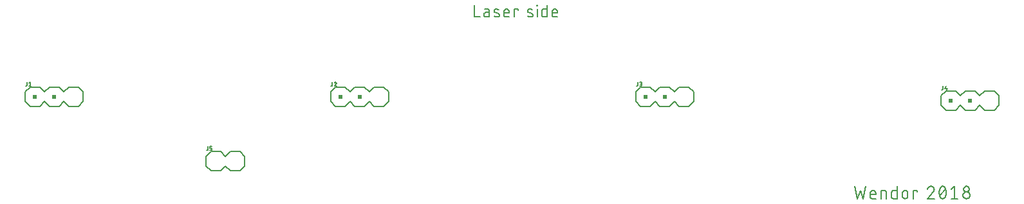
<source format=gbr>
G04 EAGLE Gerber X2 export*
%TF.Part,Single*%
%TF.FileFunction,Legend,Top,1*%
%TF.FilePolarity,Positive*%
%TF.GenerationSoftware,Autodesk,EAGLE,8.7.1*%
%TF.CreationDate,2018-05-16T11:23:47Z*%
G75*
%MOMM*%
%FSLAX34Y34*%
%LPD*%
%AMOC8*
5,1,8,0,0,1.08239X$1,22.5*%
G01*
%ADD10C,0.127000*%
%ADD11C,0.152400*%
%ADD12C,0.203200*%
%ADD13R,0.508000X0.508000*%


D10*
X650635Y276129D02*
X650635Y260635D01*
X657521Y260635D01*
X665810Y266660D02*
X669683Y266660D01*
X665810Y266661D02*
X665701Y266659D01*
X665593Y266653D01*
X665484Y266643D01*
X665376Y266630D01*
X665269Y266612D01*
X665162Y266591D01*
X665056Y266565D01*
X664952Y266536D01*
X664848Y266503D01*
X664745Y266467D01*
X664644Y266426D01*
X664545Y266383D01*
X664447Y266335D01*
X664351Y266284D01*
X664257Y266230D01*
X664164Y266172D01*
X664074Y266111D01*
X663987Y266047D01*
X663901Y265979D01*
X663818Y265909D01*
X663738Y265835D01*
X663660Y265759D01*
X663586Y265680D01*
X663514Y265599D01*
X663445Y265514D01*
X663379Y265428D01*
X663316Y265339D01*
X663257Y265248D01*
X663201Y265155D01*
X663148Y265059D01*
X663099Y264962D01*
X663053Y264864D01*
X663011Y264763D01*
X662973Y264661D01*
X662938Y264558D01*
X662907Y264454D01*
X662880Y264349D01*
X662856Y264242D01*
X662837Y264135D01*
X662821Y264028D01*
X662809Y263920D01*
X662801Y263811D01*
X662797Y263702D01*
X662797Y263594D01*
X662801Y263485D01*
X662809Y263376D01*
X662821Y263268D01*
X662837Y263161D01*
X662856Y263054D01*
X662880Y262947D01*
X662907Y262842D01*
X662938Y262738D01*
X662973Y262635D01*
X663011Y262533D01*
X663053Y262432D01*
X663099Y262334D01*
X663148Y262237D01*
X663201Y262142D01*
X663257Y262048D01*
X663316Y261957D01*
X663379Y261868D01*
X663445Y261782D01*
X663514Y261697D01*
X663586Y261616D01*
X663660Y261537D01*
X663738Y261461D01*
X663818Y261387D01*
X663901Y261317D01*
X663987Y261249D01*
X664074Y261185D01*
X664164Y261124D01*
X664257Y261066D01*
X664351Y261012D01*
X664447Y260961D01*
X664545Y260913D01*
X664644Y260870D01*
X664745Y260829D01*
X664848Y260793D01*
X664952Y260760D01*
X665056Y260731D01*
X665162Y260705D01*
X665269Y260684D01*
X665376Y260666D01*
X665484Y260653D01*
X665593Y260643D01*
X665701Y260637D01*
X665810Y260635D01*
X669683Y260635D01*
X669683Y268382D01*
X669681Y268481D01*
X669675Y268580D01*
X669666Y268678D01*
X669653Y268776D01*
X669636Y268874D01*
X669615Y268970D01*
X669591Y269066D01*
X669563Y269161D01*
X669531Y269255D01*
X669496Y269347D01*
X669457Y269438D01*
X669415Y269528D01*
X669369Y269615D01*
X669320Y269701D01*
X669268Y269785D01*
X669213Y269867D01*
X669154Y269947D01*
X669093Y270025D01*
X669029Y270100D01*
X668961Y270172D01*
X668891Y270242D01*
X668819Y270310D01*
X668744Y270374D01*
X668666Y270435D01*
X668586Y270494D01*
X668504Y270549D01*
X668420Y270601D01*
X668334Y270650D01*
X668247Y270696D01*
X668157Y270738D01*
X668066Y270777D01*
X667974Y270812D01*
X667880Y270844D01*
X667785Y270872D01*
X667689Y270896D01*
X667593Y270917D01*
X667495Y270934D01*
X667397Y270947D01*
X667299Y270956D01*
X667200Y270962D01*
X667101Y270964D01*
X663658Y270964D01*
X677536Y266660D02*
X681840Y264939D01*
X677536Y266661D02*
X677450Y266697D01*
X677365Y266738D01*
X677282Y266781D01*
X677201Y266829D01*
X677122Y266879D01*
X677045Y266933D01*
X676970Y266990D01*
X676898Y267050D01*
X676829Y267114D01*
X676762Y267180D01*
X676698Y267248D01*
X676637Y267320D01*
X676580Y267394D01*
X676525Y267470D01*
X676473Y267548D01*
X676425Y267629D01*
X676381Y267711D01*
X676339Y267796D01*
X676302Y267882D01*
X676268Y267969D01*
X676238Y268058D01*
X676211Y268148D01*
X676188Y268239D01*
X676169Y268331D01*
X676155Y268424D01*
X676143Y268517D01*
X676136Y268611D01*
X676133Y268704D01*
X676134Y268798D01*
X676139Y268892D01*
X676147Y268985D01*
X676160Y269078D01*
X676176Y269171D01*
X676197Y269262D01*
X676221Y269353D01*
X676249Y269443D01*
X676281Y269531D01*
X676316Y269618D01*
X676355Y269703D01*
X676397Y269787D01*
X676444Y269869D01*
X676493Y269948D01*
X676546Y270026D01*
X676602Y270101D01*
X676661Y270174D01*
X676723Y270245D01*
X676788Y270312D01*
X676856Y270377D01*
X676926Y270439D01*
X676999Y270498D01*
X677075Y270554D01*
X677152Y270607D01*
X677232Y270656D01*
X677314Y270702D01*
X677398Y270744D01*
X677483Y270783D01*
X677570Y270819D01*
X677658Y270850D01*
X677748Y270878D01*
X677839Y270902D01*
X677930Y270922D01*
X678023Y270939D01*
X678116Y270951D01*
X678209Y270960D01*
X678303Y270964D01*
X678397Y270965D01*
X678397Y270964D02*
X678632Y270958D01*
X678866Y270946D01*
X679101Y270929D01*
X679335Y270905D01*
X679568Y270877D01*
X679800Y270842D01*
X680032Y270802D01*
X680263Y270757D01*
X680492Y270706D01*
X680720Y270650D01*
X680947Y270588D01*
X681172Y270520D01*
X681396Y270447D01*
X681617Y270369D01*
X681837Y270286D01*
X682055Y270197D01*
X682270Y270103D01*
X681840Y264939D02*
X681926Y264903D01*
X682011Y264862D01*
X682094Y264819D01*
X682175Y264771D01*
X682254Y264721D01*
X682331Y264667D01*
X682406Y264610D01*
X682478Y264550D01*
X682547Y264486D01*
X682614Y264420D01*
X682678Y264352D01*
X682739Y264280D01*
X682796Y264206D01*
X682851Y264130D01*
X682903Y264052D01*
X682951Y263971D01*
X682995Y263889D01*
X683037Y263804D01*
X683074Y263718D01*
X683108Y263631D01*
X683138Y263542D01*
X683165Y263452D01*
X683188Y263361D01*
X683207Y263269D01*
X683221Y263176D01*
X683233Y263083D01*
X683240Y262989D01*
X683243Y262896D01*
X683242Y262802D01*
X683237Y262708D01*
X683229Y262615D01*
X683216Y262522D01*
X683200Y262429D01*
X683179Y262338D01*
X683155Y262247D01*
X683127Y262157D01*
X683095Y262069D01*
X683060Y261982D01*
X683021Y261897D01*
X682979Y261813D01*
X682932Y261731D01*
X682883Y261652D01*
X682830Y261574D01*
X682774Y261499D01*
X682715Y261426D01*
X682653Y261355D01*
X682588Y261288D01*
X682520Y261223D01*
X682450Y261161D01*
X682377Y261102D01*
X682301Y261046D01*
X682224Y260993D01*
X682144Y260944D01*
X682062Y260898D01*
X681978Y260856D01*
X681893Y260817D01*
X681806Y260781D01*
X681718Y260750D01*
X681628Y260722D01*
X681537Y260698D01*
X681446Y260678D01*
X681353Y260661D01*
X681260Y260649D01*
X681167Y260640D01*
X681073Y260636D01*
X680979Y260635D01*
X680980Y260635D02*
X680634Y260645D01*
X680290Y260662D01*
X679945Y260687D01*
X679602Y260720D01*
X679259Y260762D01*
X678917Y260812D01*
X678577Y260869D01*
X678238Y260935D01*
X677900Y261009D01*
X677565Y261091D01*
X677232Y261180D01*
X676900Y261278D01*
X676572Y261383D01*
X676245Y261496D01*
X691711Y260635D02*
X696015Y260635D01*
X691711Y260635D02*
X691612Y260637D01*
X691513Y260643D01*
X691415Y260652D01*
X691317Y260665D01*
X691219Y260682D01*
X691123Y260703D01*
X691027Y260727D01*
X690932Y260755D01*
X690838Y260787D01*
X690746Y260822D01*
X690655Y260861D01*
X690565Y260903D01*
X690478Y260949D01*
X690392Y260998D01*
X690308Y261050D01*
X690226Y261105D01*
X690146Y261164D01*
X690068Y261225D01*
X689993Y261289D01*
X689921Y261357D01*
X689851Y261427D01*
X689783Y261499D01*
X689719Y261574D01*
X689658Y261652D01*
X689599Y261732D01*
X689544Y261814D01*
X689492Y261898D01*
X689443Y261984D01*
X689397Y262071D01*
X689355Y262161D01*
X689316Y262252D01*
X689281Y262344D01*
X689249Y262438D01*
X689221Y262533D01*
X689197Y262629D01*
X689176Y262725D01*
X689159Y262823D01*
X689146Y262921D01*
X689137Y263019D01*
X689131Y263118D01*
X689129Y263217D01*
X689129Y267521D01*
X689131Y267637D01*
X689137Y267753D01*
X689147Y267869D01*
X689160Y267985D01*
X689178Y268100D01*
X689199Y268214D01*
X689225Y268328D01*
X689254Y268440D01*
X689287Y268552D01*
X689324Y268662D01*
X689364Y268771D01*
X689408Y268879D01*
X689456Y268985D01*
X689507Y269089D01*
X689562Y269192D01*
X689620Y269293D01*
X689681Y269391D01*
X689746Y269488D01*
X689814Y269582D01*
X689885Y269674D01*
X689960Y269764D01*
X690037Y269851D01*
X690117Y269935D01*
X690200Y270016D01*
X690286Y270095D01*
X690374Y270171D01*
X690465Y270244D01*
X690558Y270313D01*
X690653Y270380D01*
X690751Y270443D01*
X690851Y270503D01*
X690952Y270559D01*
X691056Y270612D01*
X691161Y270662D01*
X691268Y270707D01*
X691376Y270750D01*
X691486Y270788D01*
X691597Y270823D01*
X691709Y270854D01*
X691822Y270881D01*
X691936Y270905D01*
X692051Y270924D01*
X692166Y270940D01*
X692282Y270952D01*
X692398Y270960D01*
X692514Y270964D01*
X692630Y270964D01*
X692746Y270960D01*
X692862Y270952D01*
X692978Y270940D01*
X693093Y270924D01*
X693208Y270905D01*
X693322Y270881D01*
X693435Y270854D01*
X693547Y270823D01*
X693658Y270788D01*
X693768Y270750D01*
X693876Y270707D01*
X693983Y270662D01*
X694088Y270612D01*
X694192Y270559D01*
X694294Y270503D01*
X694393Y270443D01*
X694491Y270380D01*
X694586Y270313D01*
X694679Y270244D01*
X694770Y270171D01*
X694858Y270095D01*
X694944Y270016D01*
X695027Y269935D01*
X695107Y269851D01*
X695184Y269764D01*
X695259Y269674D01*
X695330Y269582D01*
X695398Y269488D01*
X695463Y269391D01*
X695524Y269293D01*
X695582Y269192D01*
X695637Y269089D01*
X695688Y268985D01*
X695736Y268879D01*
X695780Y268771D01*
X695820Y268662D01*
X695857Y268552D01*
X695890Y268440D01*
X695919Y268328D01*
X695945Y268214D01*
X695966Y268100D01*
X695984Y267985D01*
X695997Y267869D01*
X696007Y267753D01*
X696013Y267637D01*
X696015Y267521D01*
X696015Y265800D01*
X689129Y265800D01*
X702586Y270964D02*
X702586Y260635D01*
X702586Y270964D02*
X707751Y270964D01*
X707751Y269243D01*
X721638Y266660D02*
X725942Y264939D01*
X721638Y266661D02*
X721552Y266697D01*
X721467Y266738D01*
X721384Y266781D01*
X721303Y266829D01*
X721224Y266879D01*
X721147Y266933D01*
X721072Y266990D01*
X721000Y267050D01*
X720931Y267114D01*
X720864Y267180D01*
X720800Y267248D01*
X720739Y267320D01*
X720682Y267394D01*
X720627Y267470D01*
X720575Y267548D01*
X720527Y267629D01*
X720483Y267711D01*
X720441Y267796D01*
X720404Y267882D01*
X720370Y267969D01*
X720340Y268058D01*
X720313Y268148D01*
X720290Y268239D01*
X720271Y268331D01*
X720257Y268424D01*
X720245Y268517D01*
X720238Y268611D01*
X720235Y268704D01*
X720236Y268798D01*
X720241Y268892D01*
X720249Y268985D01*
X720262Y269078D01*
X720278Y269171D01*
X720299Y269262D01*
X720323Y269353D01*
X720351Y269443D01*
X720383Y269531D01*
X720418Y269618D01*
X720457Y269703D01*
X720499Y269787D01*
X720546Y269869D01*
X720595Y269948D01*
X720648Y270026D01*
X720704Y270101D01*
X720763Y270174D01*
X720825Y270245D01*
X720890Y270312D01*
X720958Y270377D01*
X721028Y270439D01*
X721101Y270498D01*
X721177Y270554D01*
X721254Y270607D01*
X721334Y270656D01*
X721416Y270702D01*
X721500Y270744D01*
X721585Y270783D01*
X721672Y270819D01*
X721760Y270850D01*
X721850Y270878D01*
X721941Y270902D01*
X722032Y270922D01*
X722125Y270939D01*
X722218Y270951D01*
X722311Y270960D01*
X722405Y270964D01*
X722499Y270965D01*
X722499Y270964D02*
X722734Y270958D01*
X722968Y270946D01*
X723203Y270929D01*
X723437Y270905D01*
X723670Y270877D01*
X723902Y270842D01*
X724134Y270802D01*
X724365Y270757D01*
X724594Y270706D01*
X724822Y270650D01*
X725049Y270588D01*
X725274Y270520D01*
X725498Y270447D01*
X725719Y270369D01*
X725939Y270286D01*
X726157Y270197D01*
X726372Y270103D01*
X725942Y264939D02*
X726028Y264903D01*
X726113Y264862D01*
X726196Y264819D01*
X726277Y264771D01*
X726356Y264721D01*
X726433Y264667D01*
X726508Y264610D01*
X726580Y264550D01*
X726649Y264486D01*
X726716Y264420D01*
X726780Y264352D01*
X726841Y264280D01*
X726898Y264206D01*
X726953Y264130D01*
X727005Y264052D01*
X727053Y263971D01*
X727097Y263889D01*
X727139Y263804D01*
X727176Y263718D01*
X727210Y263631D01*
X727240Y263542D01*
X727267Y263452D01*
X727290Y263361D01*
X727309Y263269D01*
X727323Y263176D01*
X727335Y263083D01*
X727342Y262989D01*
X727345Y262896D01*
X727344Y262802D01*
X727339Y262708D01*
X727331Y262615D01*
X727318Y262522D01*
X727302Y262429D01*
X727281Y262338D01*
X727257Y262247D01*
X727229Y262157D01*
X727197Y262069D01*
X727162Y261982D01*
X727123Y261897D01*
X727081Y261813D01*
X727034Y261731D01*
X726985Y261652D01*
X726932Y261574D01*
X726876Y261499D01*
X726817Y261426D01*
X726755Y261355D01*
X726690Y261288D01*
X726622Y261223D01*
X726552Y261161D01*
X726479Y261102D01*
X726403Y261046D01*
X726326Y260993D01*
X726246Y260944D01*
X726164Y260898D01*
X726080Y260856D01*
X725995Y260817D01*
X725908Y260781D01*
X725820Y260750D01*
X725730Y260722D01*
X725639Y260698D01*
X725548Y260678D01*
X725455Y260661D01*
X725362Y260649D01*
X725269Y260640D01*
X725175Y260636D01*
X725081Y260635D01*
X724735Y260645D01*
X724391Y260662D01*
X724046Y260687D01*
X723703Y260720D01*
X723360Y260762D01*
X723018Y260812D01*
X722678Y260869D01*
X722339Y260935D01*
X722001Y261009D01*
X721666Y261091D01*
X721333Y261180D01*
X721001Y261278D01*
X720673Y261383D01*
X720346Y261496D01*
X733205Y260635D02*
X733205Y270964D01*
X732774Y275268D02*
X732774Y276129D01*
X733635Y276129D01*
X733635Y275268D01*
X732774Y275268D01*
X745994Y276129D02*
X745994Y260635D01*
X741690Y260635D01*
X741591Y260637D01*
X741492Y260643D01*
X741394Y260652D01*
X741296Y260665D01*
X741198Y260682D01*
X741102Y260703D01*
X741006Y260727D01*
X740911Y260755D01*
X740817Y260787D01*
X740725Y260822D01*
X740634Y260861D01*
X740544Y260903D01*
X740457Y260949D01*
X740371Y260998D01*
X740287Y261050D01*
X740205Y261105D01*
X740125Y261164D01*
X740047Y261225D01*
X739972Y261289D01*
X739900Y261357D01*
X739830Y261427D01*
X739762Y261499D01*
X739698Y261574D01*
X739637Y261652D01*
X739578Y261732D01*
X739523Y261814D01*
X739471Y261898D01*
X739422Y261984D01*
X739376Y262071D01*
X739334Y262161D01*
X739295Y262252D01*
X739260Y262344D01*
X739228Y262438D01*
X739200Y262533D01*
X739176Y262629D01*
X739155Y262725D01*
X739138Y262823D01*
X739125Y262921D01*
X739116Y263019D01*
X739110Y263118D01*
X739108Y263217D01*
X739108Y268382D01*
X739110Y268481D01*
X739116Y268580D01*
X739125Y268678D01*
X739138Y268776D01*
X739155Y268874D01*
X739176Y268970D01*
X739200Y269066D01*
X739228Y269161D01*
X739260Y269255D01*
X739295Y269347D01*
X739334Y269438D01*
X739376Y269528D01*
X739422Y269615D01*
X739471Y269701D01*
X739523Y269785D01*
X739578Y269867D01*
X739637Y269947D01*
X739698Y270025D01*
X739762Y270100D01*
X739830Y270172D01*
X739900Y270242D01*
X739972Y270310D01*
X740047Y270374D01*
X740125Y270435D01*
X740205Y270494D01*
X740287Y270549D01*
X740371Y270601D01*
X740457Y270650D01*
X740544Y270696D01*
X740634Y270738D01*
X740725Y270777D01*
X740817Y270812D01*
X740911Y270844D01*
X741006Y270872D01*
X741102Y270896D01*
X741198Y270917D01*
X741296Y270934D01*
X741394Y270947D01*
X741492Y270956D01*
X741591Y270962D01*
X741690Y270964D01*
X745994Y270964D01*
X755138Y260635D02*
X759442Y260635D01*
X755138Y260635D02*
X755039Y260637D01*
X754940Y260643D01*
X754842Y260652D01*
X754744Y260665D01*
X754646Y260682D01*
X754550Y260703D01*
X754454Y260727D01*
X754359Y260755D01*
X754265Y260787D01*
X754173Y260822D01*
X754082Y260861D01*
X753992Y260903D01*
X753905Y260949D01*
X753819Y260998D01*
X753735Y261050D01*
X753653Y261105D01*
X753573Y261164D01*
X753495Y261225D01*
X753420Y261289D01*
X753348Y261357D01*
X753278Y261427D01*
X753210Y261499D01*
X753146Y261574D01*
X753085Y261652D01*
X753026Y261732D01*
X752971Y261814D01*
X752919Y261898D01*
X752870Y261984D01*
X752824Y262071D01*
X752782Y262161D01*
X752743Y262252D01*
X752708Y262344D01*
X752676Y262438D01*
X752648Y262533D01*
X752624Y262629D01*
X752603Y262725D01*
X752586Y262823D01*
X752573Y262921D01*
X752564Y263019D01*
X752558Y263118D01*
X752556Y263217D01*
X752556Y267521D01*
X752558Y267637D01*
X752564Y267753D01*
X752574Y267869D01*
X752587Y267985D01*
X752605Y268100D01*
X752626Y268214D01*
X752652Y268328D01*
X752681Y268440D01*
X752714Y268552D01*
X752751Y268662D01*
X752791Y268771D01*
X752835Y268879D01*
X752883Y268985D01*
X752934Y269089D01*
X752989Y269192D01*
X753047Y269293D01*
X753108Y269391D01*
X753173Y269488D01*
X753241Y269582D01*
X753312Y269674D01*
X753387Y269764D01*
X753464Y269851D01*
X753544Y269935D01*
X753627Y270016D01*
X753713Y270095D01*
X753801Y270171D01*
X753892Y270244D01*
X753985Y270313D01*
X754080Y270380D01*
X754178Y270443D01*
X754278Y270503D01*
X754379Y270559D01*
X754483Y270612D01*
X754588Y270662D01*
X754695Y270707D01*
X754803Y270750D01*
X754913Y270788D01*
X755024Y270823D01*
X755136Y270854D01*
X755249Y270881D01*
X755363Y270905D01*
X755478Y270924D01*
X755593Y270940D01*
X755709Y270952D01*
X755825Y270960D01*
X755941Y270964D01*
X756057Y270964D01*
X756173Y270960D01*
X756289Y270952D01*
X756405Y270940D01*
X756520Y270924D01*
X756635Y270905D01*
X756749Y270881D01*
X756862Y270854D01*
X756974Y270823D01*
X757085Y270788D01*
X757195Y270750D01*
X757303Y270707D01*
X757410Y270662D01*
X757515Y270612D01*
X757619Y270559D01*
X757721Y270503D01*
X757820Y270443D01*
X757918Y270380D01*
X758013Y270313D01*
X758106Y270244D01*
X758197Y270171D01*
X758285Y270095D01*
X758371Y270016D01*
X758454Y269935D01*
X758534Y269851D01*
X758611Y269764D01*
X758686Y269674D01*
X758757Y269582D01*
X758825Y269488D01*
X758890Y269391D01*
X758951Y269293D01*
X759009Y269192D01*
X759064Y269089D01*
X759115Y268985D01*
X759163Y268879D01*
X759207Y268771D01*
X759247Y268662D01*
X759284Y268552D01*
X759317Y268440D01*
X759346Y268328D01*
X759372Y268214D01*
X759393Y268100D01*
X759411Y267985D01*
X759424Y267869D01*
X759434Y267753D01*
X759440Y267637D01*
X759442Y267521D01*
X759442Y265800D01*
X752556Y265800D01*
D11*
X1150762Y37018D02*
X1154374Y20762D01*
X1157987Y31599D01*
X1161599Y20762D01*
X1165212Y37018D01*
X1173757Y20762D02*
X1178273Y20762D01*
X1173757Y20762D02*
X1173656Y20764D01*
X1173555Y20770D01*
X1173454Y20779D01*
X1173353Y20792D01*
X1173253Y20809D01*
X1173154Y20830D01*
X1173056Y20854D01*
X1172959Y20882D01*
X1172862Y20914D01*
X1172767Y20949D01*
X1172674Y20988D01*
X1172582Y21030D01*
X1172491Y21076D01*
X1172403Y21125D01*
X1172316Y21177D01*
X1172231Y21233D01*
X1172148Y21291D01*
X1172068Y21353D01*
X1171990Y21418D01*
X1171914Y21485D01*
X1171841Y21555D01*
X1171771Y21628D01*
X1171704Y21704D01*
X1171639Y21782D01*
X1171577Y21862D01*
X1171519Y21945D01*
X1171463Y22030D01*
X1171411Y22116D01*
X1171362Y22205D01*
X1171316Y22296D01*
X1171274Y22388D01*
X1171235Y22481D01*
X1171200Y22576D01*
X1171168Y22673D01*
X1171140Y22770D01*
X1171116Y22868D01*
X1171095Y22967D01*
X1171078Y23067D01*
X1171065Y23168D01*
X1171056Y23269D01*
X1171050Y23370D01*
X1171048Y23471D01*
X1171048Y27987D01*
X1171050Y28106D01*
X1171056Y28226D01*
X1171066Y28345D01*
X1171080Y28463D01*
X1171097Y28582D01*
X1171119Y28699D01*
X1171144Y28816D01*
X1171174Y28931D01*
X1171207Y29046D01*
X1171244Y29160D01*
X1171284Y29272D01*
X1171329Y29383D01*
X1171377Y29492D01*
X1171428Y29600D01*
X1171483Y29706D01*
X1171542Y29810D01*
X1171604Y29912D01*
X1171669Y30012D01*
X1171738Y30110D01*
X1171810Y30206D01*
X1171885Y30299D01*
X1171962Y30389D01*
X1172043Y30477D01*
X1172127Y30562D01*
X1172214Y30644D01*
X1172303Y30724D01*
X1172395Y30800D01*
X1172489Y30874D01*
X1172586Y30944D01*
X1172684Y31011D01*
X1172785Y31075D01*
X1172889Y31135D01*
X1172994Y31192D01*
X1173101Y31245D01*
X1173209Y31295D01*
X1173319Y31341D01*
X1173431Y31383D01*
X1173544Y31422D01*
X1173658Y31457D01*
X1173773Y31488D01*
X1173890Y31516D01*
X1174007Y31539D01*
X1174124Y31559D01*
X1174243Y31575D01*
X1174362Y31587D01*
X1174481Y31595D01*
X1174600Y31599D01*
X1174720Y31599D01*
X1174839Y31595D01*
X1174958Y31587D01*
X1175077Y31575D01*
X1175196Y31559D01*
X1175313Y31539D01*
X1175430Y31516D01*
X1175547Y31488D01*
X1175662Y31457D01*
X1175776Y31422D01*
X1175889Y31383D01*
X1176001Y31341D01*
X1176111Y31295D01*
X1176219Y31245D01*
X1176326Y31192D01*
X1176431Y31135D01*
X1176535Y31075D01*
X1176636Y31011D01*
X1176734Y30944D01*
X1176831Y30874D01*
X1176925Y30800D01*
X1177017Y30724D01*
X1177106Y30644D01*
X1177193Y30562D01*
X1177277Y30477D01*
X1177358Y30389D01*
X1177435Y30299D01*
X1177510Y30206D01*
X1177582Y30110D01*
X1177651Y30012D01*
X1177716Y29912D01*
X1177778Y29810D01*
X1177837Y29706D01*
X1177892Y29600D01*
X1177943Y29492D01*
X1177991Y29383D01*
X1178036Y29272D01*
X1178076Y29160D01*
X1178113Y29046D01*
X1178146Y28931D01*
X1178176Y28816D01*
X1178201Y28699D01*
X1178223Y28582D01*
X1178240Y28463D01*
X1178254Y28345D01*
X1178264Y28226D01*
X1178270Y28106D01*
X1178272Y27987D01*
X1178273Y27987D02*
X1178273Y26181D01*
X1171048Y26181D01*
X1185116Y20762D02*
X1185116Y31599D01*
X1189631Y31599D01*
X1189735Y31597D01*
X1189838Y31591D01*
X1189942Y31581D01*
X1190045Y31567D01*
X1190147Y31549D01*
X1190248Y31528D01*
X1190349Y31502D01*
X1190448Y31473D01*
X1190547Y31440D01*
X1190644Y31403D01*
X1190739Y31362D01*
X1190833Y31318D01*
X1190925Y31270D01*
X1191015Y31219D01*
X1191104Y31164D01*
X1191190Y31106D01*
X1191273Y31044D01*
X1191355Y30980D01*
X1191433Y30912D01*
X1191509Y30842D01*
X1191583Y30769D01*
X1191653Y30692D01*
X1191721Y30614D01*
X1191785Y30532D01*
X1191847Y30449D01*
X1191905Y30363D01*
X1191960Y30274D01*
X1192011Y30184D01*
X1192059Y30092D01*
X1192103Y29998D01*
X1192144Y29903D01*
X1192181Y29806D01*
X1192214Y29707D01*
X1192243Y29608D01*
X1192269Y29507D01*
X1192290Y29406D01*
X1192308Y29304D01*
X1192322Y29201D01*
X1192332Y29097D01*
X1192338Y28994D01*
X1192340Y28890D01*
X1192341Y28890D02*
X1192341Y20762D01*
X1206336Y20762D02*
X1206336Y37018D01*
X1206336Y20762D02*
X1201820Y20762D01*
X1201719Y20764D01*
X1201618Y20770D01*
X1201517Y20779D01*
X1201416Y20792D01*
X1201316Y20809D01*
X1201217Y20830D01*
X1201119Y20854D01*
X1201022Y20882D01*
X1200925Y20914D01*
X1200830Y20949D01*
X1200737Y20988D01*
X1200645Y21030D01*
X1200554Y21076D01*
X1200466Y21125D01*
X1200379Y21177D01*
X1200294Y21233D01*
X1200211Y21291D01*
X1200131Y21353D01*
X1200053Y21418D01*
X1199977Y21485D01*
X1199904Y21555D01*
X1199834Y21628D01*
X1199767Y21704D01*
X1199702Y21782D01*
X1199640Y21862D01*
X1199582Y21945D01*
X1199526Y22030D01*
X1199474Y22116D01*
X1199425Y22205D01*
X1199379Y22296D01*
X1199337Y22388D01*
X1199298Y22481D01*
X1199263Y22576D01*
X1199231Y22673D01*
X1199203Y22770D01*
X1199179Y22868D01*
X1199158Y22967D01*
X1199141Y23067D01*
X1199128Y23168D01*
X1199119Y23269D01*
X1199113Y23370D01*
X1199111Y23471D01*
X1199111Y28890D01*
X1199113Y28991D01*
X1199119Y29092D01*
X1199128Y29193D01*
X1199141Y29294D01*
X1199158Y29394D01*
X1199179Y29493D01*
X1199203Y29591D01*
X1199231Y29688D01*
X1199263Y29785D01*
X1199298Y29880D01*
X1199337Y29973D01*
X1199379Y30065D01*
X1199425Y30156D01*
X1199474Y30244D01*
X1199526Y30331D01*
X1199582Y30416D01*
X1199640Y30499D01*
X1199702Y30579D01*
X1199767Y30657D01*
X1199834Y30733D01*
X1199904Y30806D01*
X1199977Y30876D01*
X1200053Y30943D01*
X1200131Y31008D01*
X1200211Y31070D01*
X1200294Y31128D01*
X1200379Y31184D01*
X1200466Y31236D01*
X1200554Y31285D01*
X1200645Y31331D01*
X1200737Y31373D01*
X1200830Y31412D01*
X1200925Y31447D01*
X1201022Y31479D01*
X1201119Y31507D01*
X1201217Y31531D01*
X1201316Y31552D01*
X1201416Y31569D01*
X1201517Y31582D01*
X1201618Y31591D01*
X1201719Y31597D01*
X1201820Y31599D01*
X1206336Y31599D01*
X1213252Y27987D02*
X1213252Y24374D01*
X1213252Y27987D02*
X1213254Y28106D01*
X1213260Y28226D01*
X1213270Y28345D01*
X1213284Y28463D01*
X1213301Y28582D01*
X1213323Y28699D01*
X1213348Y28816D01*
X1213378Y28931D01*
X1213411Y29046D01*
X1213448Y29160D01*
X1213488Y29272D01*
X1213533Y29383D01*
X1213581Y29492D01*
X1213632Y29600D01*
X1213687Y29706D01*
X1213746Y29810D01*
X1213808Y29912D01*
X1213873Y30012D01*
X1213942Y30110D01*
X1214014Y30206D01*
X1214089Y30299D01*
X1214166Y30389D01*
X1214247Y30477D01*
X1214331Y30562D01*
X1214418Y30644D01*
X1214507Y30724D01*
X1214599Y30800D01*
X1214693Y30874D01*
X1214790Y30944D01*
X1214888Y31011D01*
X1214989Y31075D01*
X1215093Y31135D01*
X1215198Y31192D01*
X1215305Y31245D01*
X1215413Y31295D01*
X1215523Y31341D01*
X1215635Y31383D01*
X1215748Y31422D01*
X1215862Y31457D01*
X1215977Y31488D01*
X1216094Y31516D01*
X1216211Y31539D01*
X1216328Y31559D01*
X1216447Y31575D01*
X1216566Y31587D01*
X1216685Y31595D01*
X1216804Y31599D01*
X1216924Y31599D01*
X1217043Y31595D01*
X1217162Y31587D01*
X1217281Y31575D01*
X1217400Y31559D01*
X1217517Y31539D01*
X1217634Y31516D01*
X1217751Y31488D01*
X1217866Y31457D01*
X1217980Y31422D01*
X1218093Y31383D01*
X1218205Y31341D01*
X1218315Y31295D01*
X1218423Y31245D01*
X1218530Y31192D01*
X1218635Y31135D01*
X1218739Y31075D01*
X1218840Y31011D01*
X1218938Y30944D01*
X1219035Y30874D01*
X1219129Y30800D01*
X1219221Y30724D01*
X1219310Y30644D01*
X1219397Y30562D01*
X1219481Y30477D01*
X1219562Y30389D01*
X1219639Y30299D01*
X1219714Y30206D01*
X1219786Y30110D01*
X1219855Y30012D01*
X1219920Y29912D01*
X1219982Y29810D01*
X1220041Y29706D01*
X1220096Y29600D01*
X1220147Y29492D01*
X1220195Y29383D01*
X1220240Y29272D01*
X1220280Y29160D01*
X1220317Y29046D01*
X1220350Y28931D01*
X1220380Y28816D01*
X1220405Y28699D01*
X1220427Y28582D01*
X1220444Y28463D01*
X1220458Y28345D01*
X1220468Y28226D01*
X1220474Y28106D01*
X1220476Y27987D01*
X1220477Y27987D02*
X1220477Y24374D01*
X1220476Y24374D02*
X1220474Y24255D01*
X1220468Y24135D01*
X1220458Y24016D01*
X1220444Y23898D01*
X1220427Y23779D01*
X1220405Y23662D01*
X1220380Y23545D01*
X1220350Y23430D01*
X1220317Y23315D01*
X1220280Y23201D01*
X1220240Y23089D01*
X1220195Y22978D01*
X1220147Y22869D01*
X1220096Y22761D01*
X1220041Y22655D01*
X1219982Y22551D01*
X1219920Y22449D01*
X1219855Y22349D01*
X1219786Y22251D01*
X1219714Y22155D01*
X1219639Y22062D01*
X1219562Y21972D01*
X1219481Y21884D01*
X1219397Y21799D01*
X1219310Y21717D01*
X1219221Y21637D01*
X1219129Y21561D01*
X1219035Y21487D01*
X1218938Y21417D01*
X1218840Y21350D01*
X1218739Y21286D01*
X1218635Y21226D01*
X1218530Y21169D01*
X1218423Y21116D01*
X1218315Y21066D01*
X1218205Y21020D01*
X1218093Y20978D01*
X1217980Y20939D01*
X1217866Y20904D01*
X1217751Y20873D01*
X1217634Y20845D01*
X1217517Y20822D01*
X1217400Y20802D01*
X1217281Y20786D01*
X1217162Y20774D01*
X1217043Y20766D01*
X1216924Y20762D01*
X1216804Y20762D01*
X1216685Y20766D01*
X1216566Y20774D01*
X1216447Y20786D01*
X1216328Y20802D01*
X1216211Y20822D01*
X1216094Y20845D01*
X1215977Y20873D01*
X1215862Y20904D01*
X1215748Y20939D01*
X1215635Y20978D01*
X1215523Y21020D01*
X1215413Y21066D01*
X1215305Y21116D01*
X1215198Y21169D01*
X1215093Y21226D01*
X1214989Y21286D01*
X1214888Y21350D01*
X1214790Y21417D01*
X1214693Y21487D01*
X1214599Y21561D01*
X1214507Y21637D01*
X1214418Y21717D01*
X1214331Y21799D01*
X1214247Y21884D01*
X1214166Y21972D01*
X1214089Y22062D01*
X1214014Y22155D01*
X1213942Y22251D01*
X1213873Y22349D01*
X1213808Y22449D01*
X1213746Y22551D01*
X1213687Y22655D01*
X1213632Y22761D01*
X1213581Y22869D01*
X1213533Y22978D01*
X1213488Y23089D01*
X1213448Y23201D01*
X1213411Y23315D01*
X1213378Y23430D01*
X1213348Y23545D01*
X1213323Y23662D01*
X1213301Y23779D01*
X1213284Y23898D01*
X1213270Y24016D01*
X1213260Y24135D01*
X1213254Y24255D01*
X1213252Y24374D01*
X1227405Y20762D02*
X1227405Y31599D01*
X1232824Y31599D01*
X1232824Y29793D01*
X1251184Y37018D02*
X1251309Y37016D01*
X1251434Y37010D01*
X1251559Y37001D01*
X1251683Y36987D01*
X1251807Y36970D01*
X1251931Y36949D01*
X1252053Y36924D01*
X1252175Y36895D01*
X1252296Y36863D01*
X1252416Y36827D01*
X1252535Y36787D01*
X1252652Y36744D01*
X1252768Y36697D01*
X1252883Y36646D01*
X1252995Y36592D01*
X1253107Y36534D01*
X1253216Y36474D01*
X1253323Y36409D01*
X1253429Y36342D01*
X1253532Y36271D01*
X1253633Y36197D01*
X1253732Y36120D01*
X1253828Y36040D01*
X1253922Y35957D01*
X1254013Y35872D01*
X1254102Y35783D01*
X1254187Y35692D01*
X1254270Y35598D01*
X1254350Y35502D01*
X1254427Y35403D01*
X1254501Y35302D01*
X1254572Y35199D01*
X1254639Y35093D01*
X1254704Y34986D01*
X1254764Y34877D01*
X1254822Y34765D01*
X1254876Y34653D01*
X1254927Y34538D01*
X1254974Y34422D01*
X1255017Y34305D01*
X1255057Y34186D01*
X1255093Y34066D01*
X1255125Y33945D01*
X1255154Y33823D01*
X1255179Y33701D01*
X1255200Y33577D01*
X1255217Y33453D01*
X1255231Y33329D01*
X1255240Y33204D01*
X1255246Y33079D01*
X1255248Y32954D01*
X1251184Y37018D02*
X1251041Y37016D01*
X1250899Y37010D01*
X1250756Y37000D01*
X1250614Y36987D01*
X1250473Y36969D01*
X1250331Y36948D01*
X1250191Y36923D01*
X1250051Y36894D01*
X1249912Y36861D01*
X1249774Y36824D01*
X1249637Y36784D01*
X1249502Y36740D01*
X1249367Y36692D01*
X1249234Y36640D01*
X1249102Y36585D01*
X1248972Y36526D01*
X1248844Y36464D01*
X1248717Y36398D01*
X1248592Y36329D01*
X1248469Y36257D01*
X1248349Y36181D01*
X1248230Y36102D01*
X1248113Y36019D01*
X1247999Y35934D01*
X1247887Y35845D01*
X1247778Y35754D01*
X1247671Y35659D01*
X1247566Y35562D01*
X1247465Y35461D01*
X1247366Y35358D01*
X1247270Y35253D01*
X1247177Y35144D01*
X1247087Y35033D01*
X1247000Y34920D01*
X1246916Y34805D01*
X1246836Y34687D01*
X1246758Y34567D01*
X1246684Y34445D01*
X1246614Y34321D01*
X1246546Y34195D01*
X1246483Y34067D01*
X1246422Y33938D01*
X1246365Y33807D01*
X1246312Y33675D01*
X1246263Y33541D01*
X1246217Y33406D01*
X1253892Y29793D02*
X1253986Y29885D01*
X1254076Y29979D01*
X1254164Y30076D01*
X1254249Y30176D01*
X1254331Y30278D01*
X1254410Y30383D01*
X1254485Y30490D01*
X1254557Y30599D01*
X1254626Y30710D01*
X1254692Y30824D01*
X1254754Y30939D01*
X1254813Y31056D01*
X1254868Y31175D01*
X1254919Y31295D01*
X1254967Y31417D01*
X1255012Y31540D01*
X1255052Y31664D01*
X1255089Y31790D01*
X1255122Y31917D01*
X1255151Y32044D01*
X1255177Y32173D01*
X1255198Y32302D01*
X1255216Y32432D01*
X1255229Y32562D01*
X1255239Y32692D01*
X1255245Y32823D01*
X1255247Y32954D01*
X1253893Y29793D02*
X1246217Y20762D01*
X1255248Y20762D01*
X1261848Y28890D02*
X1261852Y29210D01*
X1261863Y29529D01*
X1261882Y29849D01*
X1261909Y30167D01*
X1261943Y30485D01*
X1261985Y30802D01*
X1262035Y31118D01*
X1262092Y31433D01*
X1262156Y31746D01*
X1262228Y32058D01*
X1262307Y32368D01*
X1262394Y32675D01*
X1262488Y32981D01*
X1262589Y33284D01*
X1262698Y33585D01*
X1262813Y33883D01*
X1262936Y34179D01*
X1263066Y34471D01*
X1263203Y34760D01*
X1263202Y34761D02*
X1263241Y34869D01*
X1263284Y34976D01*
X1263330Y35081D01*
X1263381Y35185D01*
X1263434Y35287D01*
X1263491Y35387D01*
X1263552Y35485D01*
X1263616Y35580D01*
X1263683Y35674D01*
X1263754Y35765D01*
X1263827Y35854D01*
X1263904Y35940D01*
X1263983Y36023D01*
X1264065Y36104D01*
X1264150Y36182D01*
X1264238Y36256D01*
X1264328Y36328D01*
X1264420Y36396D01*
X1264515Y36462D01*
X1264612Y36524D01*
X1264711Y36582D01*
X1264813Y36638D01*
X1264915Y36689D01*
X1265020Y36737D01*
X1265126Y36782D01*
X1265234Y36823D01*
X1265343Y36860D01*
X1265453Y36893D01*
X1265565Y36922D01*
X1265677Y36948D01*
X1265790Y36970D01*
X1265904Y36987D01*
X1266018Y37001D01*
X1266133Y37011D01*
X1266248Y37017D01*
X1266363Y37019D01*
X1266363Y37018D02*
X1266478Y37016D01*
X1266593Y37010D01*
X1266708Y37000D01*
X1266822Y36986D01*
X1266936Y36969D01*
X1267049Y36947D01*
X1267161Y36921D01*
X1267273Y36892D01*
X1267383Y36859D01*
X1267492Y36822D01*
X1267600Y36781D01*
X1267706Y36736D01*
X1267811Y36688D01*
X1267913Y36637D01*
X1268014Y36581D01*
X1268114Y36523D01*
X1268211Y36461D01*
X1268305Y36396D01*
X1268398Y36327D01*
X1268488Y36255D01*
X1268576Y36181D01*
X1268661Y36103D01*
X1268743Y36022D01*
X1268822Y35939D01*
X1268899Y35853D01*
X1268972Y35764D01*
X1269043Y35673D01*
X1269110Y35579D01*
X1269174Y35484D01*
X1269235Y35386D01*
X1269292Y35286D01*
X1269345Y35184D01*
X1269396Y35080D01*
X1269442Y34975D01*
X1269485Y34868D01*
X1269524Y34760D01*
X1269661Y34471D01*
X1269791Y34179D01*
X1269914Y33883D01*
X1270029Y33585D01*
X1270138Y33284D01*
X1270239Y32981D01*
X1270333Y32675D01*
X1270420Y32368D01*
X1270499Y32058D01*
X1270571Y31746D01*
X1270635Y31433D01*
X1270692Y31118D01*
X1270742Y30802D01*
X1270784Y30485D01*
X1270818Y30167D01*
X1270845Y29849D01*
X1270864Y29529D01*
X1270875Y29210D01*
X1270879Y28890D01*
X1261848Y28890D02*
X1261852Y28570D01*
X1261863Y28251D01*
X1261882Y27931D01*
X1261909Y27613D01*
X1261943Y27295D01*
X1261985Y26978D01*
X1262035Y26662D01*
X1262092Y26347D01*
X1262156Y26034D01*
X1262228Y25722D01*
X1262307Y25412D01*
X1262394Y25105D01*
X1262488Y24799D01*
X1262589Y24496D01*
X1262698Y24195D01*
X1262813Y23897D01*
X1262936Y23601D01*
X1263066Y23309D01*
X1263203Y23020D01*
X1263202Y23020D02*
X1263241Y22912D01*
X1263284Y22805D01*
X1263330Y22700D01*
X1263381Y22596D01*
X1263434Y22494D01*
X1263491Y22394D01*
X1263552Y22296D01*
X1263616Y22201D01*
X1263683Y22107D01*
X1263754Y22016D01*
X1263827Y21927D01*
X1263904Y21841D01*
X1263983Y21758D01*
X1264065Y21677D01*
X1264150Y21599D01*
X1264238Y21525D01*
X1264328Y21453D01*
X1264421Y21384D01*
X1264515Y21319D01*
X1264612Y21257D01*
X1264712Y21199D01*
X1264813Y21143D01*
X1264915Y21092D01*
X1265020Y21044D01*
X1265126Y20999D01*
X1265234Y20958D01*
X1265343Y20921D01*
X1265453Y20888D01*
X1265565Y20859D01*
X1265677Y20833D01*
X1265790Y20811D01*
X1265904Y20794D01*
X1266018Y20780D01*
X1266133Y20770D01*
X1266248Y20764D01*
X1266363Y20762D01*
X1269523Y23020D02*
X1269660Y23309D01*
X1269790Y23601D01*
X1269913Y23897D01*
X1270028Y24195D01*
X1270137Y24496D01*
X1270238Y24799D01*
X1270332Y25105D01*
X1270419Y25412D01*
X1270498Y25722D01*
X1270570Y26034D01*
X1270634Y26347D01*
X1270691Y26662D01*
X1270741Y26978D01*
X1270783Y27295D01*
X1270817Y27613D01*
X1270844Y27931D01*
X1270863Y28251D01*
X1270874Y28570D01*
X1270878Y28890D01*
X1269524Y23020D02*
X1269485Y22912D01*
X1269442Y22805D01*
X1269396Y22700D01*
X1269345Y22596D01*
X1269292Y22494D01*
X1269235Y22394D01*
X1269174Y22296D01*
X1269110Y22201D01*
X1269043Y22107D01*
X1268972Y22016D01*
X1268899Y21927D01*
X1268822Y21841D01*
X1268743Y21758D01*
X1268661Y21677D01*
X1268576Y21599D01*
X1268488Y21525D01*
X1268398Y21453D01*
X1268305Y21384D01*
X1268211Y21319D01*
X1268114Y21257D01*
X1268014Y21199D01*
X1267913Y21143D01*
X1267810Y21092D01*
X1267706Y21044D01*
X1267600Y20999D01*
X1267492Y20958D01*
X1267383Y20921D01*
X1267273Y20888D01*
X1267161Y20859D01*
X1267049Y20833D01*
X1266936Y20811D01*
X1266822Y20794D01*
X1266708Y20780D01*
X1266593Y20770D01*
X1266478Y20764D01*
X1266363Y20762D01*
X1262751Y24374D02*
X1269976Y33406D01*
X1277479Y33406D02*
X1281995Y37018D01*
X1281995Y20762D01*
X1286510Y20762D02*
X1277479Y20762D01*
X1293110Y25278D02*
X1293112Y25411D01*
X1293118Y25543D01*
X1293128Y25675D01*
X1293141Y25807D01*
X1293159Y25939D01*
X1293180Y26069D01*
X1293205Y26200D01*
X1293234Y26329D01*
X1293267Y26457D01*
X1293303Y26585D01*
X1293343Y26711D01*
X1293387Y26836D01*
X1293435Y26960D01*
X1293486Y27082D01*
X1293541Y27203D01*
X1293599Y27322D01*
X1293661Y27440D01*
X1293726Y27555D01*
X1293795Y27669D01*
X1293866Y27780D01*
X1293942Y27889D01*
X1294020Y27996D01*
X1294101Y28101D01*
X1294186Y28203D01*
X1294273Y28303D01*
X1294363Y28400D01*
X1294456Y28495D01*
X1294552Y28586D01*
X1294650Y28675D01*
X1294751Y28761D01*
X1294855Y28844D01*
X1294961Y28924D01*
X1295069Y29000D01*
X1295179Y29074D01*
X1295292Y29144D01*
X1295406Y29211D01*
X1295523Y29274D01*
X1295641Y29334D01*
X1295761Y29391D01*
X1295883Y29444D01*
X1296006Y29493D01*
X1296130Y29539D01*
X1296256Y29581D01*
X1296383Y29619D01*
X1296511Y29654D01*
X1296640Y29685D01*
X1296769Y29712D01*
X1296900Y29735D01*
X1297031Y29755D01*
X1297163Y29770D01*
X1297295Y29782D01*
X1297427Y29790D01*
X1297560Y29794D01*
X1297692Y29794D01*
X1297825Y29790D01*
X1297957Y29782D01*
X1298089Y29770D01*
X1298221Y29755D01*
X1298352Y29735D01*
X1298483Y29712D01*
X1298612Y29685D01*
X1298741Y29654D01*
X1298869Y29619D01*
X1298996Y29581D01*
X1299122Y29539D01*
X1299246Y29493D01*
X1299369Y29444D01*
X1299491Y29391D01*
X1299611Y29334D01*
X1299729Y29274D01*
X1299846Y29211D01*
X1299960Y29144D01*
X1300073Y29074D01*
X1300183Y29000D01*
X1300291Y28924D01*
X1300397Y28844D01*
X1300501Y28761D01*
X1300602Y28675D01*
X1300700Y28586D01*
X1300796Y28495D01*
X1300889Y28400D01*
X1300979Y28303D01*
X1301066Y28203D01*
X1301151Y28101D01*
X1301232Y27996D01*
X1301310Y27889D01*
X1301386Y27780D01*
X1301457Y27669D01*
X1301526Y27555D01*
X1301591Y27440D01*
X1301653Y27322D01*
X1301711Y27203D01*
X1301766Y27082D01*
X1301817Y26960D01*
X1301865Y26836D01*
X1301909Y26711D01*
X1301949Y26585D01*
X1301985Y26457D01*
X1302018Y26329D01*
X1302047Y26200D01*
X1302072Y26069D01*
X1302093Y25939D01*
X1302111Y25807D01*
X1302124Y25675D01*
X1302134Y25543D01*
X1302140Y25411D01*
X1302142Y25278D01*
X1302140Y25145D01*
X1302134Y25013D01*
X1302124Y24881D01*
X1302111Y24749D01*
X1302093Y24617D01*
X1302072Y24487D01*
X1302047Y24356D01*
X1302018Y24227D01*
X1301985Y24099D01*
X1301949Y23971D01*
X1301909Y23845D01*
X1301865Y23720D01*
X1301817Y23596D01*
X1301766Y23474D01*
X1301711Y23353D01*
X1301653Y23234D01*
X1301591Y23116D01*
X1301526Y23001D01*
X1301457Y22887D01*
X1301386Y22776D01*
X1301310Y22667D01*
X1301232Y22560D01*
X1301151Y22455D01*
X1301066Y22353D01*
X1300979Y22253D01*
X1300889Y22156D01*
X1300796Y22061D01*
X1300700Y21970D01*
X1300602Y21881D01*
X1300501Y21795D01*
X1300397Y21712D01*
X1300291Y21632D01*
X1300183Y21556D01*
X1300073Y21482D01*
X1299960Y21412D01*
X1299846Y21345D01*
X1299729Y21282D01*
X1299611Y21222D01*
X1299491Y21165D01*
X1299369Y21112D01*
X1299246Y21063D01*
X1299122Y21017D01*
X1298996Y20975D01*
X1298869Y20937D01*
X1298741Y20902D01*
X1298612Y20871D01*
X1298483Y20844D01*
X1298352Y20821D01*
X1298221Y20801D01*
X1298089Y20786D01*
X1297957Y20774D01*
X1297825Y20766D01*
X1297692Y20762D01*
X1297560Y20762D01*
X1297427Y20766D01*
X1297295Y20774D01*
X1297163Y20786D01*
X1297031Y20801D01*
X1296900Y20821D01*
X1296769Y20844D01*
X1296640Y20871D01*
X1296511Y20902D01*
X1296383Y20937D01*
X1296256Y20975D01*
X1296130Y21017D01*
X1296006Y21063D01*
X1295883Y21112D01*
X1295761Y21165D01*
X1295641Y21222D01*
X1295523Y21282D01*
X1295406Y21345D01*
X1295292Y21412D01*
X1295179Y21482D01*
X1295069Y21556D01*
X1294961Y21632D01*
X1294855Y21712D01*
X1294751Y21795D01*
X1294650Y21881D01*
X1294552Y21970D01*
X1294456Y22061D01*
X1294363Y22156D01*
X1294273Y22253D01*
X1294186Y22353D01*
X1294101Y22455D01*
X1294020Y22560D01*
X1293942Y22667D01*
X1293866Y22776D01*
X1293795Y22887D01*
X1293726Y23001D01*
X1293661Y23116D01*
X1293599Y23234D01*
X1293541Y23353D01*
X1293486Y23474D01*
X1293435Y23596D01*
X1293387Y23720D01*
X1293343Y23845D01*
X1293303Y23971D01*
X1293267Y24099D01*
X1293234Y24227D01*
X1293205Y24356D01*
X1293180Y24487D01*
X1293159Y24617D01*
X1293141Y24749D01*
X1293128Y24881D01*
X1293118Y25013D01*
X1293112Y25145D01*
X1293110Y25278D01*
X1294014Y33406D02*
X1294016Y33525D01*
X1294022Y33645D01*
X1294032Y33764D01*
X1294046Y33882D01*
X1294063Y34001D01*
X1294085Y34118D01*
X1294110Y34235D01*
X1294140Y34350D01*
X1294173Y34465D01*
X1294210Y34579D01*
X1294250Y34691D01*
X1294295Y34802D01*
X1294343Y34911D01*
X1294394Y35019D01*
X1294449Y35125D01*
X1294508Y35229D01*
X1294570Y35331D01*
X1294635Y35431D01*
X1294704Y35529D01*
X1294776Y35625D01*
X1294851Y35718D01*
X1294928Y35808D01*
X1295009Y35896D01*
X1295093Y35981D01*
X1295180Y36063D01*
X1295269Y36143D01*
X1295361Y36219D01*
X1295455Y36293D01*
X1295552Y36363D01*
X1295650Y36430D01*
X1295751Y36494D01*
X1295855Y36554D01*
X1295960Y36611D01*
X1296067Y36664D01*
X1296175Y36714D01*
X1296285Y36760D01*
X1296397Y36802D01*
X1296510Y36841D01*
X1296624Y36876D01*
X1296739Y36907D01*
X1296856Y36935D01*
X1296973Y36958D01*
X1297090Y36978D01*
X1297209Y36994D01*
X1297328Y37006D01*
X1297447Y37014D01*
X1297566Y37018D01*
X1297686Y37018D01*
X1297805Y37014D01*
X1297924Y37006D01*
X1298043Y36994D01*
X1298162Y36978D01*
X1298279Y36958D01*
X1298396Y36935D01*
X1298513Y36907D01*
X1298628Y36876D01*
X1298742Y36841D01*
X1298855Y36802D01*
X1298967Y36760D01*
X1299077Y36714D01*
X1299185Y36664D01*
X1299292Y36611D01*
X1299397Y36554D01*
X1299501Y36494D01*
X1299602Y36430D01*
X1299700Y36363D01*
X1299797Y36293D01*
X1299891Y36219D01*
X1299983Y36143D01*
X1300072Y36063D01*
X1300159Y35981D01*
X1300243Y35896D01*
X1300324Y35808D01*
X1300401Y35718D01*
X1300476Y35625D01*
X1300548Y35529D01*
X1300617Y35431D01*
X1300682Y35331D01*
X1300744Y35229D01*
X1300803Y35125D01*
X1300858Y35019D01*
X1300909Y34911D01*
X1300957Y34802D01*
X1301002Y34691D01*
X1301042Y34579D01*
X1301079Y34465D01*
X1301112Y34350D01*
X1301142Y34235D01*
X1301167Y34118D01*
X1301189Y34001D01*
X1301206Y33882D01*
X1301220Y33764D01*
X1301230Y33645D01*
X1301236Y33525D01*
X1301238Y33406D01*
X1301236Y33287D01*
X1301230Y33167D01*
X1301220Y33048D01*
X1301206Y32930D01*
X1301189Y32811D01*
X1301167Y32694D01*
X1301142Y32577D01*
X1301112Y32462D01*
X1301079Y32347D01*
X1301042Y32233D01*
X1301002Y32121D01*
X1300957Y32010D01*
X1300909Y31901D01*
X1300858Y31793D01*
X1300803Y31687D01*
X1300744Y31583D01*
X1300682Y31481D01*
X1300617Y31381D01*
X1300548Y31283D01*
X1300476Y31187D01*
X1300401Y31094D01*
X1300324Y31004D01*
X1300243Y30916D01*
X1300159Y30831D01*
X1300072Y30749D01*
X1299983Y30669D01*
X1299891Y30593D01*
X1299797Y30519D01*
X1299700Y30449D01*
X1299602Y30382D01*
X1299501Y30318D01*
X1299397Y30258D01*
X1299292Y30201D01*
X1299185Y30148D01*
X1299077Y30098D01*
X1298967Y30052D01*
X1298855Y30010D01*
X1298742Y29971D01*
X1298628Y29936D01*
X1298513Y29905D01*
X1298396Y29877D01*
X1298279Y29854D01*
X1298162Y29834D01*
X1298043Y29818D01*
X1297924Y29806D01*
X1297805Y29798D01*
X1297686Y29794D01*
X1297566Y29794D01*
X1297447Y29798D01*
X1297328Y29806D01*
X1297209Y29818D01*
X1297090Y29834D01*
X1296973Y29854D01*
X1296856Y29877D01*
X1296739Y29905D01*
X1296624Y29936D01*
X1296510Y29971D01*
X1296397Y30010D01*
X1296285Y30052D01*
X1296175Y30098D01*
X1296067Y30148D01*
X1295960Y30201D01*
X1295855Y30258D01*
X1295751Y30318D01*
X1295650Y30382D01*
X1295552Y30449D01*
X1295455Y30519D01*
X1295361Y30593D01*
X1295269Y30669D01*
X1295180Y30749D01*
X1295093Y30831D01*
X1295009Y30916D01*
X1294928Y31004D01*
X1294851Y31094D01*
X1294776Y31187D01*
X1294704Y31283D01*
X1294635Y31381D01*
X1294570Y31481D01*
X1294508Y31583D01*
X1294449Y31687D01*
X1294394Y31793D01*
X1294343Y31901D01*
X1294295Y32010D01*
X1294250Y32121D01*
X1294210Y32233D01*
X1294173Y32347D01*
X1294140Y32462D01*
X1294110Y32577D01*
X1294085Y32694D01*
X1294063Y32811D01*
X1294046Y32930D01*
X1294032Y33048D01*
X1294022Y33167D01*
X1294016Y33287D01*
X1294014Y33406D01*
D12*
X116550Y167700D02*
X110200Y161350D01*
X116550Y167700D02*
X129250Y167700D01*
X135600Y161350D01*
X135600Y148650D02*
X129250Y142300D01*
X116550Y142300D01*
X110200Y148650D01*
X78450Y167700D02*
X65750Y167700D01*
X78450Y167700D02*
X84800Y161350D01*
X84800Y148650D02*
X78450Y142300D01*
X84800Y161350D02*
X91150Y167700D01*
X103850Y167700D01*
X110200Y161350D01*
X110200Y148650D02*
X103850Y142300D01*
X91150Y142300D01*
X84800Y148650D01*
X59400Y148650D02*
X59400Y161350D01*
X65750Y167700D01*
X59400Y148650D02*
X65750Y142300D01*
X78450Y142300D01*
X135600Y148650D02*
X135600Y161350D01*
D13*
X97500Y155000D03*
X72100Y155000D03*
D10*
X61644Y170677D02*
X61644Y174431D01*
X61643Y170677D02*
X61641Y170612D01*
X61635Y170548D01*
X61625Y170484D01*
X61612Y170420D01*
X61594Y170358D01*
X61573Y170297D01*
X61549Y170237D01*
X61520Y170179D01*
X61488Y170122D01*
X61453Y170068D01*
X61415Y170016D01*
X61373Y169966D01*
X61329Y169919D01*
X61282Y169875D01*
X61232Y169833D01*
X61180Y169795D01*
X61126Y169760D01*
X61069Y169728D01*
X61011Y169699D01*
X60951Y169675D01*
X60890Y169654D01*
X60828Y169636D01*
X60764Y169623D01*
X60700Y169613D01*
X60636Y169607D01*
X60571Y169605D01*
X60035Y169605D01*
X64592Y173359D02*
X65932Y174431D01*
X65932Y169605D01*
X64592Y169605D02*
X67273Y169605D01*
D12*
X511867Y161350D02*
X518217Y167700D01*
X530917Y167700D01*
X537267Y161350D01*
X537267Y148650D02*
X530917Y142300D01*
X518217Y142300D01*
X511867Y148650D01*
X480117Y167700D02*
X467417Y167700D01*
X480117Y167700D02*
X486467Y161350D01*
X486467Y148650D02*
X480117Y142300D01*
X486467Y161350D02*
X492817Y167700D01*
X505517Y167700D01*
X511867Y161350D01*
X511867Y148650D02*
X505517Y142300D01*
X492817Y142300D01*
X486467Y148650D01*
X461067Y148650D02*
X461067Y161350D01*
X467417Y167700D01*
X461067Y148650D02*
X467417Y142300D01*
X480117Y142300D01*
X537267Y148650D02*
X537267Y161350D01*
D13*
X499167Y155000D03*
X473767Y155000D03*
D10*
X463310Y170677D02*
X463310Y174431D01*
X463310Y170677D02*
X463308Y170612D01*
X463302Y170548D01*
X463292Y170484D01*
X463279Y170420D01*
X463261Y170358D01*
X463240Y170297D01*
X463216Y170237D01*
X463187Y170179D01*
X463155Y170122D01*
X463120Y170068D01*
X463082Y170016D01*
X463040Y169966D01*
X462996Y169919D01*
X462949Y169875D01*
X462899Y169833D01*
X462847Y169795D01*
X462793Y169760D01*
X462736Y169728D01*
X462678Y169699D01*
X462618Y169675D01*
X462557Y169654D01*
X462495Y169636D01*
X462431Y169623D01*
X462367Y169613D01*
X462303Y169607D01*
X462238Y169605D01*
X461702Y169605D01*
X467733Y174431D02*
X467801Y174429D01*
X467868Y174423D01*
X467935Y174414D01*
X468002Y174401D01*
X468067Y174384D01*
X468132Y174363D01*
X468195Y174339D01*
X468257Y174311D01*
X468317Y174280D01*
X468375Y174246D01*
X468431Y174208D01*
X468486Y174168D01*
X468537Y174124D01*
X468586Y174077D01*
X468633Y174028D01*
X468677Y173977D01*
X468717Y173922D01*
X468755Y173866D01*
X468789Y173808D01*
X468820Y173748D01*
X468848Y173686D01*
X468872Y173623D01*
X468893Y173558D01*
X468910Y173493D01*
X468923Y173426D01*
X468932Y173359D01*
X468938Y173292D01*
X468940Y173224D01*
X467733Y174431D02*
X467655Y174429D01*
X467577Y174423D01*
X467500Y174413D01*
X467423Y174400D01*
X467347Y174382D01*
X467272Y174361D01*
X467198Y174336D01*
X467126Y174307D01*
X467055Y174275D01*
X466986Y174239D01*
X466918Y174200D01*
X466853Y174157D01*
X466790Y174111D01*
X466729Y174062D01*
X466671Y174010D01*
X466616Y173955D01*
X466563Y173898D01*
X466514Y173838D01*
X466467Y173775D01*
X466424Y173711D01*
X466384Y173644D01*
X466347Y173575D01*
X466314Y173504D01*
X466284Y173432D01*
X466258Y173359D01*
X468537Y172286D02*
X468586Y172335D01*
X468633Y172387D01*
X468676Y172442D01*
X468717Y172499D01*
X468755Y172558D01*
X468789Y172619D01*
X468820Y172682D01*
X468848Y172746D01*
X468872Y172812D01*
X468892Y172878D01*
X468909Y172946D01*
X468922Y173015D01*
X468931Y173084D01*
X468937Y173154D01*
X468939Y173224D01*
X468537Y172286D02*
X466258Y169605D01*
X468939Y169605D01*
D12*
X913533Y161350D02*
X919883Y167700D01*
X932583Y167700D01*
X938933Y161350D01*
X938933Y148650D02*
X932583Y142300D01*
X919883Y142300D01*
X913533Y148650D01*
X881783Y167700D02*
X869083Y167700D01*
X881783Y167700D02*
X888133Y161350D01*
X888133Y148650D02*
X881783Y142300D01*
X888133Y161350D02*
X894483Y167700D01*
X907183Y167700D01*
X913533Y161350D01*
X913533Y148650D02*
X907183Y142300D01*
X894483Y142300D01*
X888133Y148650D01*
X862733Y148650D02*
X862733Y161350D01*
X869083Y167700D01*
X862733Y148650D02*
X869083Y142300D01*
X881783Y142300D01*
X938933Y148650D02*
X938933Y161350D01*
D13*
X900833Y155000D03*
X875433Y155000D03*
D10*
X864977Y170677D02*
X864977Y174431D01*
X864976Y170677D02*
X864974Y170612D01*
X864968Y170548D01*
X864958Y170484D01*
X864945Y170420D01*
X864927Y170358D01*
X864906Y170297D01*
X864882Y170237D01*
X864853Y170179D01*
X864821Y170122D01*
X864786Y170068D01*
X864748Y170016D01*
X864706Y169966D01*
X864662Y169919D01*
X864615Y169875D01*
X864565Y169833D01*
X864513Y169795D01*
X864459Y169760D01*
X864402Y169728D01*
X864344Y169699D01*
X864284Y169675D01*
X864223Y169654D01*
X864161Y169636D01*
X864097Y169623D01*
X864033Y169613D01*
X863969Y169607D01*
X863904Y169605D01*
X863368Y169605D01*
X867925Y169605D02*
X869265Y169605D01*
X869336Y169607D01*
X869408Y169613D01*
X869478Y169622D01*
X869548Y169635D01*
X869618Y169652D01*
X869686Y169673D01*
X869753Y169697D01*
X869819Y169725D01*
X869883Y169756D01*
X869946Y169791D01*
X870006Y169829D01*
X870065Y169870D01*
X870121Y169914D01*
X870175Y169961D01*
X870226Y170010D01*
X870274Y170063D01*
X870320Y170118D01*
X870362Y170175D01*
X870402Y170235D01*
X870438Y170296D01*
X870471Y170360D01*
X870500Y170425D01*
X870526Y170491D01*
X870549Y170559D01*
X870568Y170628D01*
X870583Y170698D01*
X870594Y170768D01*
X870602Y170839D01*
X870606Y170910D01*
X870606Y170982D01*
X870602Y171053D01*
X870594Y171124D01*
X870583Y171194D01*
X870568Y171264D01*
X870549Y171333D01*
X870526Y171401D01*
X870500Y171467D01*
X870471Y171532D01*
X870438Y171596D01*
X870402Y171657D01*
X870362Y171717D01*
X870320Y171774D01*
X870274Y171829D01*
X870226Y171882D01*
X870175Y171931D01*
X870121Y171978D01*
X870065Y172022D01*
X870006Y172063D01*
X869946Y172101D01*
X869883Y172136D01*
X869819Y172167D01*
X869753Y172195D01*
X869686Y172219D01*
X869618Y172240D01*
X869548Y172257D01*
X869478Y172270D01*
X869408Y172279D01*
X869336Y172285D01*
X869265Y172287D01*
X869534Y174431D02*
X867925Y174431D01*
X869534Y174431D02*
X869599Y174429D01*
X869663Y174423D01*
X869727Y174413D01*
X869791Y174400D01*
X869853Y174382D01*
X869914Y174361D01*
X869974Y174337D01*
X870032Y174308D01*
X870089Y174276D01*
X870143Y174241D01*
X870195Y174203D01*
X870245Y174161D01*
X870292Y174117D01*
X870336Y174070D01*
X870378Y174020D01*
X870416Y173968D01*
X870451Y173914D01*
X870483Y173857D01*
X870512Y173799D01*
X870536Y173739D01*
X870557Y173678D01*
X870575Y173616D01*
X870588Y173552D01*
X870598Y173488D01*
X870604Y173424D01*
X870606Y173359D01*
X870604Y173294D01*
X870598Y173230D01*
X870588Y173166D01*
X870575Y173102D01*
X870557Y173040D01*
X870536Y172979D01*
X870512Y172919D01*
X870483Y172861D01*
X870451Y172804D01*
X870416Y172750D01*
X870378Y172698D01*
X870336Y172648D01*
X870292Y172601D01*
X870245Y172557D01*
X870195Y172515D01*
X870143Y172477D01*
X870089Y172442D01*
X870032Y172410D01*
X869974Y172381D01*
X869914Y172357D01*
X869853Y172336D01*
X869791Y172318D01*
X869727Y172305D01*
X869663Y172295D01*
X869599Y172289D01*
X869534Y172287D01*
X869534Y172286D02*
X868461Y172286D01*
D12*
X1315200Y156350D02*
X1321550Y162700D01*
X1334250Y162700D01*
X1340600Y156350D01*
X1340600Y143650D02*
X1334250Y137300D01*
X1321550Y137300D01*
X1315200Y143650D01*
X1283450Y162700D02*
X1270750Y162700D01*
X1283450Y162700D02*
X1289800Y156350D01*
X1289800Y143650D02*
X1283450Y137300D01*
X1289800Y156350D02*
X1296150Y162700D01*
X1308850Y162700D01*
X1315200Y156350D01*
X1315200Y143650D02*
X1308850Y137300D01*
X1296150Y137300D01*
X1289800Y143650D01*
X1264400Y143650D02*
X1264400Y156350D01*
X1270750Y162700D01*
X1264400Y143650D02*
X1270750Y137300D01*
X1283450Y137300D01*
X1340600Y143650D02*
X1340600Y156350D01*
D13*
X1302500Y150000D03*
X1277100Y150000D03*
D10*
X1266644Y165677D02*
X1266644Y169431D01*
X1266643Y165677D02*
X1266641Y165612D01*
X1266635Y165548D01*
X1266625Y165484D01*
X1266612Y165420D01*
X1266594Y165358D01*
X1266573Y165297D01*
X1266549Y165237D01*
X1266520Y165179D01*
X1266488Y165122D01*
X1266453Y165068D01*
X1266415Y165016D01*
X1266373Y164966D01*
X1266329Y164919D01*
X1266282Y164875D01*
X1266232Y164833D01*
X1266180Y164795D01*
X1266126Y164760D01*
X1266069Y164728D01*
X1266011Y164699D01*
X1265951Y164675D01*
X1265890Y164654D01*
X1265828Y164636D01*
X1265764Y164623D01*
X1265700Y164613D01*
X1265636Y164607D01*
X1265571Y164605D01*
X1265035Y164605D01*
X1269591Y165677D02*
X1270664Y169431D01*
X1269591Y165677D02*
X1272273Y165677D01*
X1271468Y164605D02*
X1271468Y166750D01*
D12*
X316350Y82700D02*
X303650Y82700D01*
X316350Y82700D02*
X322700Y76350D01*
X322700Y63650D02*
X316350Y57300D01*
X322700Y76350D02*
X329050Y82700D01*
X341750Y82700D01*
X348100Y76350D01*
X348100Y63650D02*
X341750Y57300D01*
X329050Y57300D01*
X322700Y63650D01*
X297300Y63650D02*
X297300Y76350D01*
X303650Y82700D01*
X297300Y63650D02*
X303650Y57300D01*
X316350Y57300D01*
X348100Y63650D02*
X348100Y76350D01*
D10*
X299544Y85677D02*
X299544Y89431D01*
X299543Y85677D02*
X299541Y85612D01*
X299535Y85548D01*
X299525Y85484D01*
X299512Y85420D01*
X299494Y85358D01*
X299473Y85297D01*
X299449Y85237D01*
X299420Y85179D01*
X299388Y85122D01*
X299353Y85068D01*
X299315Y85016D01*
X299273Y84966D01*
X299229Y84919D01*
X299182Y84875D01*
X299132Y84833D01*
X299080Y84795D01*
X299026Y84760D01*
X298969Y84728D01*
X298911Y84699D01*
X298851Y84675D01*
X298790Y84654D01*
X298728Y84636D01*
X298664Y84623D01*
X298600Y84613D01*
X298536Y84607D01*
X298471Y84605D01*
X297935Y84605D01*
X302492Y84605D02*
X304100Y84605D01*
X304165Y84607D01*
X304229Y84613D01*
X304293Y84623D01*
X304357Y84636D01*
X304419Y84654D01*
X304480Y84675D01*
X304540Y84699D01*
X304598Y84728D01*
X304655Y84760D01*
X304709Y84795D01*
X304761Y84833D01*
X304811Y84875D01*
X304858Y84919D01*
X304902Y84966D01*
X304944Y85016D01*
X304982Y85068D01*
X305017Y85122D01*
X305049Y85179D01*
X305078Y85237D01*
X305102Y85297D01*
X305123Y85358D01*
X305141Y85420D01*
X305154Y85484D01*
X305164Y85548D01*
X305170Y85612D01*
X305172Y85677D01*
X305173Y85677D02*
X305173Y86214D01*
X305172Y86214D02*
X305170Y86279D01*
X305164Y86343D01*
X305154Y86407D01*
X305141Y86471D01*
X305123Y86533D01*
X305102Y86594D01*
X305078Y86654D01*
X305049Y86712D01*
X305017Y86769D01*
X304982Y86823D01*
X304944Y86875D01*
X304902Y86925D01*
X304858Y86972D01*
X304811Y87016D01*
X304761Y87058D01*
X304709Y87096D01*
X304655Y87131D01*
X304598Y87163D01*
X304540Y87192D01*
X304480Y87216D01*
X304419Y87237D01*
X304357Y87255D01*
X304293Y87268D01*
X304229Y87278D01*
X304165Y87284D01*
X304100Y87286D01*
X302492Y87286D01*
X302492Y89431D01*
X305173Y89431D01*
M02*

</source>
